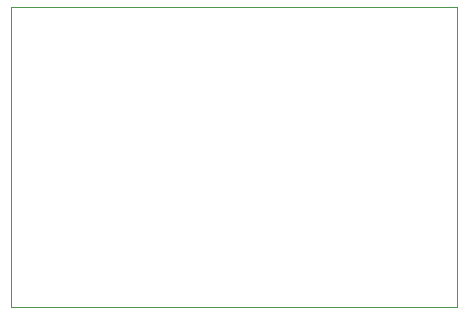
<source format=gbr>
%TF.GenerationSoftware,Altium Limited,Altium Designer,22.10.1 (41)*%
G04 Layer_Color=0*
%FSLAX45Y45*%
%MOMM*%
%TF.SameCoordinates,19E9B31E-7746-43A9-897C-89C24B045B63*%
%TF.FilePolarity,Positive*%
%TF.FileFunction,Profile,NP*%
%TF.Part,Single*%
G01*
G75*
%TA.AperFunction,Profile*%
%ADD27C,0.02540*%
D27*
X3771900D01*
Y2540000D01*
X0D01*
Y0D01*
%TF.MD5,2caf53dc2a1ac41962ae7b3a244fc022*%
M02*

</source>
